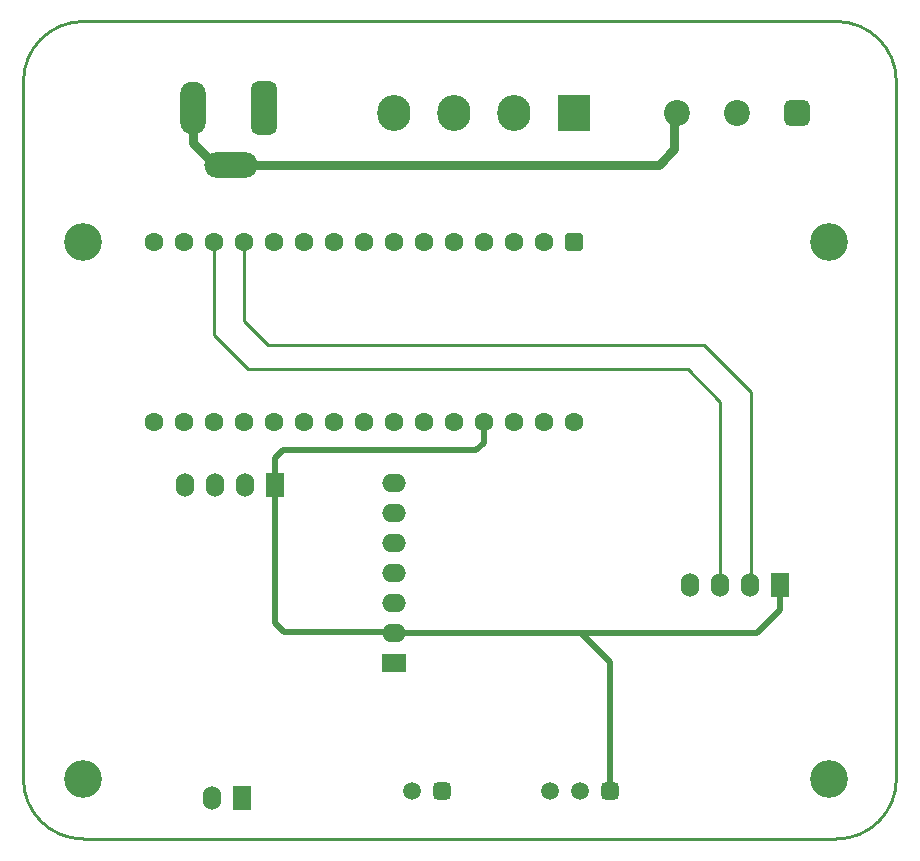
<source format=gbl>
G04*
G04 #@! TF.GenerationSoftware,Altium Limited,Altium Designer,21.3.2 (30)*
G04*
G04 Layer_Physical_Order=2*
G04 Layer_Color=16711680*
%FSTAX24Y24*%
%MOIN*%
G70*
G04*
G04 #@! TF.SameCoordinates,655743E2-E340-4FCB-8EBE-1CC431C952CD*
G04*
G04*
G04 #@! TF.FilePolarity,Positive*
G04*
G01*
G75*
%ADD10C,0.0300*%
%ADD11C,0.0100*%
%ADD21C,0.0866*%
G04:AMPARAMS|DCode=22|XSize=86.6mil|YSize=86.6mil|CornerRadius=21.7mil|HoleSize=0mil|Usage=FLASHONLY|Rotation=180.000|XOffset=0mil|YOffset=0mil|HoleType=Round|Shape=RoundedRectangle|*
%AMROUNDEDRECTD22*
21,1,0.0866,0.0433,0,0,180.0*
21,1,0.0433,0.0866,0,0,180.0*
1,1,0.0433,-0.0217,0.0217*
1,1,0.0433,0.0217,0.0217*
1,1,0.0433,0.0217,-0.0217*
1,1,0.0433,-0.0217,-0.0217*
%
%ADD22ROUNDEDRECTD22*%
%ADD32C,0.0200*%
%ADD35C,0.0630*%
G04:AMPARAMS|DCode=36|XSize=59.1mil|YSize=59.1mil|CornerRadius=14.8mil|HoleSize=0mil|Usage=FLASHONLY|Rotation=180.000|XOffset=0mil|YOffset=0mil|HoleType=Round|Shape=RoundedRectangle|*
%AMROUNDEDRECTD36*
21,1,0.0591,0.0295,0,0,180.0*
21,1,0.0295,0.0591,0,0,180.0*
1,1,0.0295,-0.0148,0.0148*
1,1,0.0295,0.0148,0.0148*
1,1,0.0295,0.0148,-0.0148*
1,1,0.0295,-0.0148,-0.0148*
%
%ADD36ROUNDEDRECTD36*%
%ADD37C,0.1260*%
%ADD38C,0.0591*%
G04:AMPARAMS|DCode=39|XSize=63mil|YSize=63mil|CornerRadius=15.7mil|HoleSize=0mil|Usage=FLASHONLY|Rotation=270.000|XOffset=0mil|YOffset=0mil|HoleType=Round|Shape=RoundedRectangle|*
%AMROUNDEDRECTD39*
21,1,0.0630,0.0315,0,0,270.0*
21,1,0.0315,0.0630,0,0,270.0*
1,1,0.0315,-0.0157,-0.0157*
1,1,0.0315,-0.0157,0.0157*
1,1,0.0315,0.0157,0.0157*
1,1,0.0315,0.0157,-0.0157*
%
%ADD39ROUNDEDRECTD39*%
%ADD41O,0.1100X0.1200*%
%ADD42R,0.1100X0.1200*%
%ADD43O,0.0866X0.1772*%
%ADD44O,0.1772X0.0866*%
G04:AMPARAMS|DCode=45|XSize=86.6mil|YSize=177.2mil|CornerRadius=21.7mil|HoleSize=0mil|Usage=FLASHONLY|Rotation=0.000|XOffset=0mil|YOffset=0mil|HoleType=Round|Shape=RoundedRectangle|*
%AMROUNDEDRECTD45*
21,1,0.0866,0.1339,0,0,0.0*
21,1,0.0433,0.1772,0,0,0.0*
1,1,0.0433,0.0217,-0.0669*
1,1,0.0433,-0.0217,-0.0669*
1,1,0.0433,-0.0217,0.0669*
1,1,0.0433,0.0217,0.0669*
%
%ADD45ROUNDEDRECTD45*%
%ADD46O,0.0800X0.0600*%
%ADD47R,0.0600X0.0800*%
%ADD48O,0.0600X0.0800*%
%ADD49R,0.0800X0.0600*%
D10*
X02865Y03745D02*
Y0386D01*
Y03745D02*
X02937Y03673D01*
X02993D01*
X0447Y03835D02*
X0448Y03845D01*
X0447Y03725D02*
Y03835D01*
X04418Y03673D02*
X0447Y03725D01*
X02993Y03673D02*
X04418D01*
D11*
X03115Y0307D02*
X0457D01*
X04725Y02915D01*
Y02272D02*
Y02915D01*
X03035Y0315D02*
X03115Y0307D01*
X02935Y03105D02*
Y03415D01*
X0305Y0299D02*
X04515D01*
X02935Y03105D02*
X0305Y0299D01*
X04723Y0227D02*
X04725Y02272D01*
X04515Y0299D02*
X04623Y02882D01*
X03035Y0315D02*
Y03415D01*
X04623Y0227D02*
Y02882D01*
X0521Y0395D02*
G03*
X0501Y0415I-002J0D01*
G01*
Y01425D02*
G03*
X0521Y01625I0J002D01*
G01*
X025Y0415D02*
G03*
X023Y0395I0J-002D01*
G01*
Y01625D02*
G03*
X025Y01425I002J0D01*
G01*
X0501D01*
X025Y0415D02*
X0501D01*
X0521Y01625D02*
Y0395D01*
X023Y01625D02*
Y0395D01*
D21*
X0468Y03845D02*
D03*
X0448D02*
D03*
D22*
X0488D02*
D03*
D32*
X03835Y02745D02*
Y02815D01*
X0381Y0272D02*
X03835Y02745D01*
X03165Y0272D02*
X0381D01*
X0314Y02695D02*
X03165Y0272D01*
X0353Y02115D02*
X03535Y0211D01*
X0314Y02605D02*
Y02695D01*
Y02145D02*
X0317Y02115D01*
X0314Y02145D02*
Y02605D01*
X0317Y02115D02*
X0353D01*
X0416Y0211D02*
X04255Y02015D01*
X03535Y0211D02*
X0416D01*
X04255Y015856D02*
Y02015D01*
X0416Y0211D02*
X04745D01*
X04823Y02188D01*
Y0227D01*
D35*
X03835Y02815D02*
D03*
X03935D02*
D03*
X03735D02*
D03*
X03635D02*
D03*
X03535D02*
D03*
X03435D02*
D03*
X03335D02*
D03*
X03235D02*
D03*
X03135D02*
D03*
X03035D02*
D03*
X02935D02*
D03*
X02835D02*
D03*
X02735D02*
D03*
Y03415D02*
D03*
X02835D02*
D03*
X02935D02*
D03*
X03035D02*
D03*
X03135D02*
D03*
X03235D02*
D03*
X03335D02*
D03*
X03435D02*
D03*
X03535D02*
D03*
X03635D02*
D03*
X03735D02*
D03*
X03835D02*
D03*
X03935D02*
D03*
X04035D02*
D03*
Y02815D02*
D03*
X04135D02*
D03*
D36*
X04255Y015856D02*
D03*
X03695Y01585D02*
D03*
D37*
X04985Y03415D02*
D03*
X025D02*
D03*
Y01625D02*
D03*
X04985D02*
D03*
D38*
X04155Y015856D02*
D03*
X04055D02*
D03*
X03595Y01585D02*
D03*
D39*
X04135Y03415D02*
D03*
D41*
X03935Y03845D02*
D03*
X037349Y038449D02*
D03*
X035346Y038446D02*
D03*
D42*
X04135Y03845D02*
D03*
D43*
X02865Y0386D02*
D03*
D44*
X02993Y03673D02*
D03*
D45*
X031012Y0386D02*
D03*
D46*
X03535Y0211D02*
D03*
Y0221D02*
D03*
Y0231D02*
D03*
Y0241D02*
D03*
Y0251D02*
D03*
Y0261D02*
D03*
D47*
X0314Y02605D02*
D03*
X04823Y0227D02*
D03*
X0303Y0156D02*
D03*
D48*
X04723Y0227D02*
D03*
X04623D02*
D03*
X04523D02*
D03*
X0293Y0156D02*
D03*
X0304Y02605D02*
D03*
X0294D02*
D03*
X0284D02*
D03*
D49*
X03535Y0201D02*
D03*
M02*

</source>
